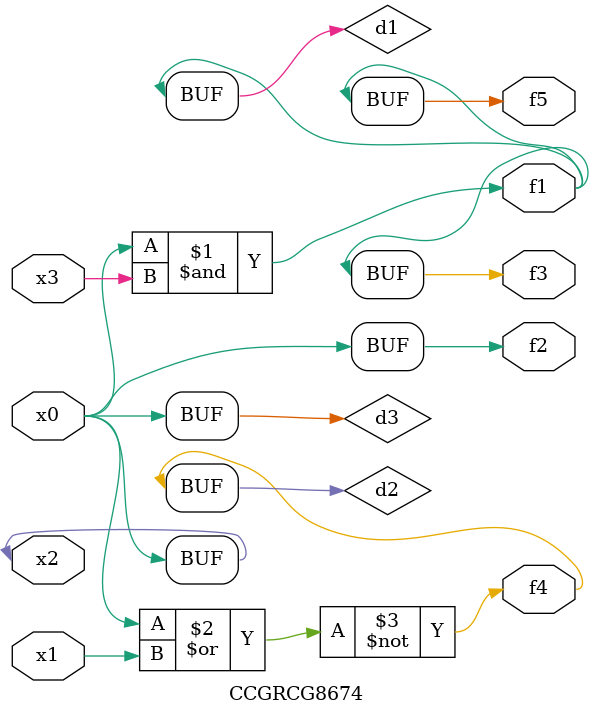
<source format=v>
module CCGRCG8674(
	input x0, x1, x2, x3,
	output f1, f2, f3, f4, f5
);

	wire d1, d2, d3;

	and (d1, x2, x3);
	nor (d2, x0, x1);
	buf (d3, x0, x2);
	assign f1 = d1;
	assign f2 = d3;
	assign f3 = d1;
	assign f4 = d2;
	assign f5 = d1;
endmodule

</source>
